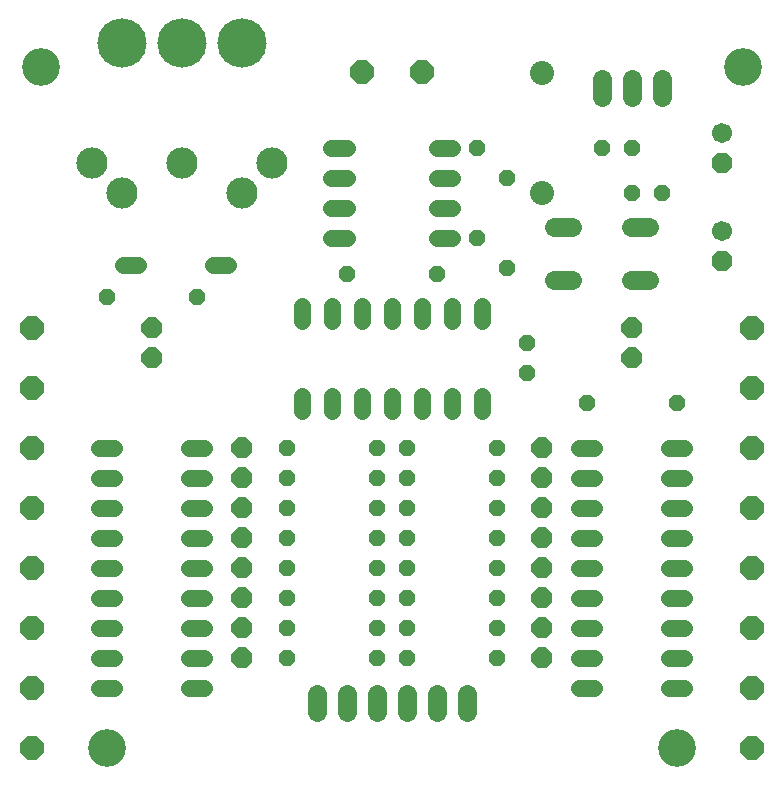
<source format=gts>
G75*
G70*
%OFA0B0*%
%FSLAX24Y24*%
%IPPOS*%
%LPD*%
%AMOC8*
5,1,8,0,0,1.08239X$1,22.5*
%
%ADD10C,0.1260*%
%ADD11C,0.0560*%
%ADD12C,0.1040*%
%ADD13C,0.1640*%
%ADD14OC8,0.0560*%
%ADD15C,0.0634*%
%ADD16OC8,0.0800*%
%ADD17OC8,0.0670*%
%ADD18C,0.0670*%
%ADD19OC8,0.0700*%
%ADD20C,0.0640*%
%ADD21C,0.0800*%
D10*
X004182Y002189D03*
X023182Y002189D03*
X025382Y024889D03*
X001982Y024889D03*
D11*
X004722Y018289D02*
X005242Y018289D01*
X007722Y018289D02*
X008242Y018289D01*
X010682Y016949D02*
X010682Y016429D01*
X011682Y016429D02*
X011682Y016949D01*
X012682Y016949D02*
X012682Y016429D01*
X013682Y016429D02*
X013682Y016949D01*
X014682Y016949D02*
X014682Y016429D01*
X015682Y016429D02*
X015682Y016949D01*
X016682Y016949D02*
X016682Y016429D01*
X016682Y013949D02*
X016682Y013429D01*
X015682Y013429D02*
X015682Y013949D01*
X014682Y013949D02*
X014682Y013429D01*
X013682Y013429D02*
X013682Y013949D01*
X012682Y013949D02*
X012682Y013429D01*
X011682Y013429D02*
X011682Y013949D01*
X010682Y013949D02*
X010682Y013429D01*
X007442Y012189D02*
X006922Y012189D01*
X006922Y011189D02*
X007442Y011189D01*
X007442Y010189D02*
X006922Y010189D01*
X006922Y009189D02*
X007442Y009189D01*
X007442Y008189D02*
X006922Y008189D01*
X006922Y007189D02*
X007442Y007189D01*
X007442Y006189D02*
X006922Y006189D01*
X006922Y005189D02*
X007442Y005189D01*
X007442Y004189D02*
X006922Y004189D01*
X004442Y004189D02*
X003922Y004189D01*
X003922Y005189D02*
X004442Y005189D01*
X004442Y006189D02*
X003922Y006189D01*
X003922Y007189D02*
X004442Y007189D01*
X004442Y008189D02*
X003922Y008189D01*
X003922Y009189D02*
X004442Y009189D01*
X004442Y010189D02*
X003922Y010189D01*
X003922Y011189D02*
X004442Y011189D01*
X004442Y012189D02*
X003922Y012189D01*
X011662Y019189D02*
X012182Y019189D01*
X012182Y020189D02*
X011662Y020189D01*
X011662Y021189D02*
X012182Y021189D01*
X012182Y022189D02*
X011662Y022189D01*
X015182Y022189D02*
X015702Y022189D01*
X015702Y021189D02*
X015182Y021189D01*
X015182Y020189D02*
X015702Y020189D01*
X015702Y019189D02*
X015182Y019189D01*
X019922Y012189D02*
X020442Y012189D01*
X020442Y011189D02*
X019922Y011189D01*
X019922Y010189D02*
X020442Y010189D01*
X020442Y009189D02*
X019922Y009189D01*
X019922Y008189D02*
X020442Y008189D01*
X020442Y007189D02*
X019922Y007189D01*
X019922Y006189D02*
X020442Y006189D01*
X020442Y005189D02*
X019922Y005189D01*
X019922Y004189D02*
X020442Y004189D01*
X022922Y004189D02*
X023442Y004189D01*
X023442Y005189D02*
X022922Y005189D01*
X022922Y006189D02*
X023442Y006189D01*
X023442Y007189D02*
X022922Y007189D01*
X022922Y008189D02*
X023442Y008189D01*
X023442Y009189D02*
X022922Y009189D01*
X022922Y010189D02*
X023442Y010189D01*
X023442Y011189D02*
X022922Y011189D01*
X022922Y012189D02*
X023442Y012189D01*
D12*
X009682Y021689D03*
X008682Y020689D03*
X006682Y021689D03*
X004682Y020689D03*
X003682Y021689D03*
D13*
X004682Y025689D03*
X006682Y025689D03*
X008682Y025689D03*
D14*
X012182Y017989D03*
X015182Y017989D03*
X016532Y019189D03*
X017532Y018189D03*
X018182Y015689D03*
X018182Y014689D03*
X020182Y013689D03*
X023182Y013689D03*
X017182Y012189D03*
X017182Y011189D03*
X017182Y010189D03*
X017182Y009189D03*
X017182Y008189D03*
X017182Y007189D03*
X017182Y006189D03*
X017182Y005189D03*
X014182Y005189D03*
X013182Y005189D03*
X013182Y006189D03*
X014182Y006189D03*
X014182Y007189D03*
X013182Y007189D03*
X013182Y008189D03*
X014182Y008189D03*
X014182Y009189D03*
X014182Y010189D03*
X013182Y010189D03*
X013182Y009189D03*
X013182Y011189D03*
X014182Y011189D03*
X014182Y012189D03*
X013182Y012189D03*
X010182Y012189D03*
X010182Y011189D03*
X010182Y010189D03*
X010182Y009189D03*
X010182Y008189D03*
X010182Y007189D03*
X010182Y006189D03*
X010182Y005189D03*
X007182Y017239D03*
X004182Y017239D03*
X016532Y022189D03*
X017532Y021189D03*
X020682Y022189D03*
X021682Y022189D03*
X021682Y020689D03*
X022682Y020689D03*
D15*
X016182Y003986D02*
X016182Y003392D01*
X015182Y003392D02*
X015182Y003986D01*
X014182Y003986D02*
X014182Y003392D01*
X013182Y003392D02*
X013182Y003986D01*
X012182Y003986D02*
X012182Y003392D01*
X011182Y003392D02*
X011182Y003986D01*
D16*
X001682Y002189D03*
X001682Y004189D03*
X001682Y006189D03*
X001682Y008189D03*
X001682Y010189D03*
X001682Y012189D03*
X001682Y014189D03*
X001682Y016189D03*
X012682Y024739D03*
X014682Y024739D03*
X025682Y016189D03*
X025682Y014189D03*
X025682Y012189D03*
X025682Y010189D03*
X025682Y008189D03*
X025682Y006189D03*
X025682Y004189D03*
X025682Y002189D03*
D17*
X024682Y018439D03*
X024682Y021689D03*
D18*
X024682Y022689D03*
X024682Y019439D03*
D19*
X021682Y016189D03*
X021682Y015189D03*
X018682Y012189D03*
X018682Y011189D03*
X018682Y010189D03*
X018682Y009189D03*
X018682Y008189D03*
X018682Y007189D03*
X018682Y006189D03*
X018682Y005189D03*
X008682Y005189D03*
X008682Y006189D03*
X008682Y007189D03*
X008682Y008189D03*
X008682Y009189D03*
X008682Y010189D03*
X008682Y011189D03*
X008682Y012189D03*
X005682Y015189D03*
X005682Y016189D03*
D20*
X019102Y017799D02*
X019702Y017799D01*
X019702Y019579D02*
X019102Y019579D01*
X021662Y019579D02*
X022262Y019579D01*
X022262Y017799D02*
X021662Y017799D01*
X021682Y023889D02*
X021682Y024489D01*
X022682Y024489D02*
X022682Y023889D01*
X020682Y023889D02*
X020682Y024489D01*
D21*
X018682Y024689D03*
X018682Y020689D03*
M02*

</source>
